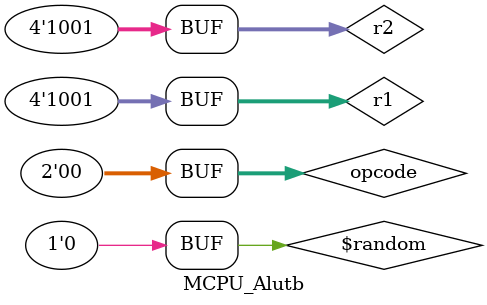
<source format=v>
module MCPU_Alutb();

parameter CMD_SIZE=2;
parameter WORD_SIZE=4;

reg [CMD_SIZE-1:0] opcode;
reg [WORD_SIZE-1:0] r1;
reg [WORD_SIZE-1:0] r2;
reg iscorrect;
wire [WORD_SIZE-1:0] out;
wire OVERFLOW;

MCPU_Alu #(.CMD_SIZE(CMD_SIZE), .WORD_SIZE(WORD_SIZE)) aluinst (opcode, r1, r2, out, OVERFLOW);

// Testbench code goes here
always #2 r1[0] = $random;
always #2 r2[0] = $random;
always #2 r1[1] = $random;
always #2 r2[1] = $random;

always
begin
#3 r1 = 4; #3 r1 = 8; #3 r1 = 1; #3 r1 = 9;
end
always
begin
#3 r2 = 4; #3 r2 = 8; #3 r2 = 1; #3 r2 = 9;
end


always #2 opcode[0] = $random;
always #2 opcode[1] = $random;
always @(opcode,r1,r2) begin
    iscorrect = (out == (r1 & r2)) | (out == (r1 | r2)) | (out == (r1 ^ r2))  | (out == (r1 + r2));
 
end
endmodule




</source>
